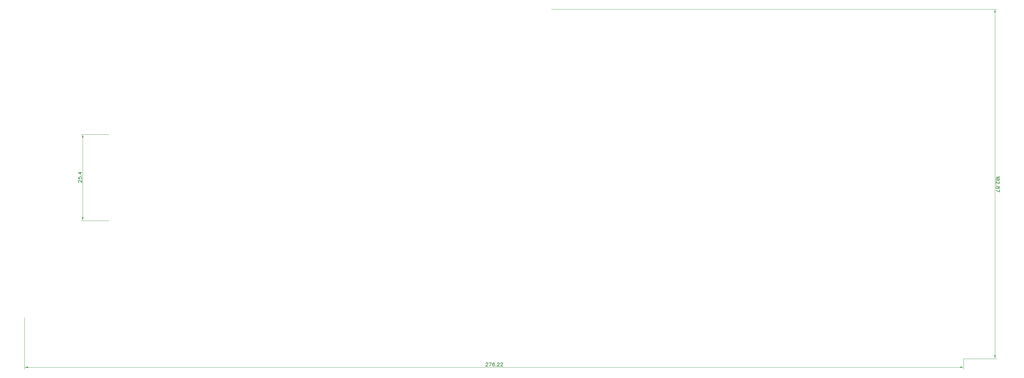
<source format=gbr>
G04 DipTrace 3.0.0.1*
G04 TopDimension.gbr*
%MOMM*%
G04 #@! TF.FileFunction,Drawing,Top*
G04 #@! TF.Part,Single*
%ADD13C,0.035*%
%ADD58C,0.15686*%
%FSLAX35Y35*%
G04*
G71*
G90*
G75*
G01*
G04 TopDimension*
%LPD*%
X2540000Y5842000D2*
D13*
X1728000D1*
X2540000Y3302000D2*
X1728000D1*
X1778000Y4572000D2*
Y5742000D1*
G36*
Y5842000D2*
X1798000Y5742000D1*
X1758000D1*
X1778000Y5842000D1*
G37*
Y4572000D2*
D13*
Y3402000D1*
G36*
Y3302000D2*
X1758000Y3402000D1*
X1798000D1*
X1778000Y3302000D1*
G37*
X15557500Y9525000D2*
D13*
X28656750D1*
X27686000Y-762000D2*
X28656750D1*
X28606750Y4381500D2*
Y9425000D1*
G36*
Y9525000D2*
X28626750Y9425000D1*
X28586750D1*
X28606750Y9525000D1*
G37*
Y4381500D2*
D13*
Y-662000D1*
G36*
Y-762000D2*
X28586750Y-662000D1*
X28626750D1*
X28606750Y-762000D1*
G37*
X27686000D2*
D13*
Y-1066000D1*
X63500Y444500D2*
Y-1066000D1*
X13874750Y-1016000D2*
X27586000D1*
G36*
X27686000D2*
X27586000Y-1036000D1*
Y-996000D1*
X27686000Y-1016000D1*
G37*
X13874750D2*
D13*
X163500D1*
G36*
X63500D2*
X163500Y-996000D1*
Y-1036000D1*
X63500Y-1016000D1*
G37*
X1669268Y4428338D2*
D58*
X1664439D1*
X1654668Y4433167D1*
X1649839Y4437997D1*
X1645009Y4447767D1*
Y4467197D1*
X1649839Y4476855D1*
X1654668Y4481684D1*
X1664439Y4486626D1*
X1674097D1*
X1683868Y4481684D1*
X1698355Y4472026D1*
X1746985Y4423397D1*
Y4491455D1*
X1645009Y4581115D2*
Y4532598D1*
X1688697Y4527769D1*
X1683868Y4532598D1*
X1678926Y4547198D1*
Y4561686D1*
X1683868Y4576286D1*
X1693526Y4586057D1*
X1708126Y4590886D1*
X1717785D1*
X1732385Y4586057D1*
X1742155Y4576286D1*
X1746985Y4561686D1*
Y4547198D1*
X1742155Y4532598D1*
X1737214Y4527769D1*
X1727555Y4522828D1*
X1737214Y4627088D2*
X1742155Y4622259D1*
X1746985Y4627088D1*
X1742155Y4632029D1*
X1737214Y4627088D1*
X1746985Y4712031D2*
X1645009D1*
X1712955Y4663402D1*
Y4736290D1*
X28720311Y4605220D2*
X28725253Y4595449D1*
X28739741Y4580849D1*
X28637765D1*
X28739741Y4520276D2*
X28734911Y4534876D1*
X28720311Y4544647D1*
X28696053Y4549476D1*
X28681453D1*
X28657195Y4544647D1*
X28642595Y4534876D1*
X28637765Y4520276D1*
Y4510618D1*
X28642595Y4496018D1*
X28657195Y4486360D1*
X28681453Y4481418D1*
X28696053D1*
X28720311Y4486360D1*
X28734911Y4496018D1*
X28739741Y4510618D1*
Y4520276D1*
X28720311Y4486360D2*
X28657195Y4544647D1*
X28715482Y4445104D2*
X28720311D1*
X28730082Y4440275D1*
X28734911Y4435445D1*
X28739741Y4425675D1*
Y4406245D1*
X28734911Y4396587D1*
X28730082Y4391758D1*
X28720311Y4386816D1*
X28710653D1*
X28700882Y4391758D1*
X28686395Y4401416D1*
X28637765Y4450045D1*
Y4381987D1*
X28647536Y4345785D2*
X28642595Y4350614D1*
X28637765Y4345785D1*
X28642595Y4340844D1*
X28647536Y4345785D1*
X28739741Y4285213D2*
X28734911Y4299700D1*
X28725253Y4304642D1*
X28715482D1*
X28705824Y4299700D1*
X28700882Y4290042D1*
X28696053Y4270613D1*
X28691224Y4256013D1*
X28681453Y4246354D1*
X28671795Y4241525D1*
X28657195D1*
X28647536Y4246354D1*
X28642595Y4251183D1*
X28637765Y4265783D1*
Y4285213D1*
X28642595Y4299700D1*
X28647536Y4304642D1*
X28657195Y4309471D1*
X28671795D1*
X28681453Y4304642D1*
X28691224Y4294871D1*
X28696053Y4280383D1*
X28700882Y4260954D1*
X28705824Y4251183D1*
X28715482Y4246354D1*
X28725253D1*
X28734911Y4251183D1*
X28739741Y4265783D1*
Y4285213D1*
X28637765Y4190723D2*
X28739741Y4142094D1*
Y4210152D1*
X13636543Y-907268D2*
Y-902439D1*
X13641372Y-892668D1*
X13646201Y-887839D1*
X13655972Y-883009D1*
X13675401D1*
X13685059Y-887839D1*
X13689889Y-892668D1*
X13694830Y-902439D1*
Y-912097D1*
X13689889Y-921868D1*
X13680230Y-936355D1*
X13631601Y-984985D1*
X13699659D1*
X13750461D2*
X13799090Y-883009D1*
X13731032D1*
X13888751Y-897497D2*
X13883921Y-887839D1*
X13869321Y-883009D1*
X13859663D1*
X13845063Y-887839D1*
X13835292Y-902439D1*
X13830463Y-926697D1*
Y-950955D1*
X13835292Y-970385D1*
X13845063Y-980155D1*
X13859663Y-984985D1*
X13864492D1*
X13878980Y-980155D1*
X13888751Y-970385D1*
X13893580Y-955785D1*
Y-950955D1*
X13888751Y-936355D1*
X13878980Y-926697D1*
X13864492Y-921868D1*
X13859663D1*
X13845063Y-926697D1*
X13835292Y-936355D1*
X13830463Y-950955D1*
X13929782Y-975214D2*
X13924952Y-980155D1*
X13929782Y-984985D1*
X13934723Y-980155D1*
X13929782Y-975214D1*
X13971037Y-907268D2*
Y-902439D1*
X13975867Y-892668D1*
X13980696Y-887839D1*
X13990467Y-883009D1*
X14009896D1*
X14019554Y-887839D1*
X14024383Y-892668D1*
X14029325Y-902439D1*
Y-912097D1*
X14024383Y-921868D1*
X14014725Y-936355D1*
X13966096Y-984985D1*
X14034154D1*
X14070468Y-907268D2*
Y-902439D1*
X14075298Y-892668D1*
X14080127Y-887839D1*
X14089898Y-883009D1*
X14109327D1*
X14118985Y-887839D1*
X14123815Y-892668D1*
X14128756Y-902439D1*
Y-912097D1*
X14123815Y-921868D1*
X14114156Y-936355D1*
X14065527Y-984985D1*
X14133585D1*
M02*

</source>
